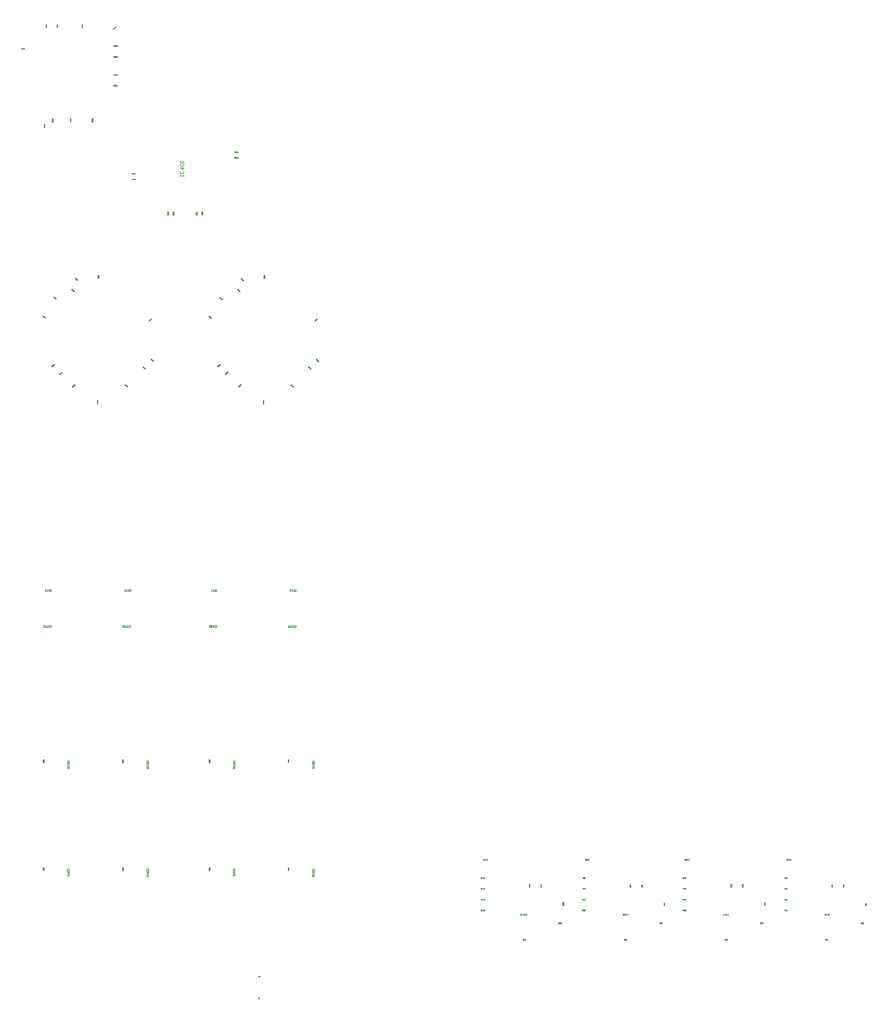
<source format=gbr>
%TF.GenerationSoftware,Altium Limited,Altium Designer,22.5.1 (42)*%
G04 Layer_Color=32896*
%FSLAX26Y26*%
%MOIN*%
%TF.SameCoordinates,3C46EB80-FEDE-48F7-A63F-DE7BBD85CC47*%
%TF.FilePolarity,Positive*%
%TF.FileFunction,Other,Bottom_Value*%
%TF.Part,Single*%
G01*
G75*
%TA.AperFunction,NonConductor*%
%ADD88C,0.001000*%
D88*
X8319502Y8079685D02*
X8320335Y8080518D01*
X8322002D01*
X8322835Y8079685D01*
Y8076353D01*
X8322002Y8075520D01*
X8320335D01*
X8319502Y8076353D01*
X8315337Y8075520D02*
Y8080518D01*
X8317836Y8078019D01*
X8314504D01*
X8309505Y8075520D02*
X8312838D01*
X8309505Y8078852D01*
Y8079685D01*
X8310339Y8080518D01*
X8312005D01*
X8312838Y8079685D01*
X8304507Y8075520D02*
X8307839D01*
X8304507Y8078852D01*
Y8079685D01*
X8305340Y8080518D01*
X8307006D01*
X8307839Y8079685D01*
X8437006Y3600396D02*
X8433071D01*
Y3603347D01*
X8435039D01*
X8433071D01*
Y3606299D01*
X8442910D02*
X8438974D01*
X8442910Y3602363D01*
Y3601380D01*
X8441926Y3600396D01*
X8439958D01*
X8438974Y3601380D01*
X8437006Y3482285D02*
X8433071D01*
Y3485237D01*
X8435039D01*
X8433071D01*
Y3488189D01*
X8438974D02*
X8440942D01*
X8439958D01*
Y3482285D01*
X8438974Y3483269D01*
X9665959Y3966764D02*
X9666792Y3967597D01*
X9668458D01*
X9669291Y3966764D01*
Y3963432D01*
X9668458Y3962598D01*
X9666792D01*
X9665959Y3963432D01*
X9664293Y3962598D02*
X9662627D01*
X9663460D01*
Y3967597D01*
X9664293Y3966764D01*
X9657628Y3962598D02*
Y3967597D01*
X9660128Y3965098D01*
X9656795D01*
X9651797Y3967597D02*
X9655129D01*
Y3965098D01*
X9653463Y3965931D01*
X9652630D01*
X9651797Y3965098D01*
Y3963432D01*
X9652630Y3962598D01*
X9654296D01*
X9655129Y3963432D01*
X9665959Y4025819D02*
X9666792Y4026652D01*
X9668458D01*
X9669291Y4025819D01*
Y4022487D01*
X9668458Y4021653D01*
X9666792D01*
X9665959Y4022487D01*
X9664293Y4021653D02*
X9662627D01*
X9663460D01*
Y4026652D01*
X9664293Y4025819D01*
X9657628Y4021653D02*
Y4026652D01*
X9660128Y4024153D01*
X9656795D01*
X9652630Y4021653D02*
Y4026652D01*
X9655129Y4024153D01*
X9651797D01*
X9665959Y4084874D02*
X9666792Y4085707D01*
X9668458D01*
X9669291Y4084874D01*
Y4081542D01*
X9668458Y4080709D01*
X9666792D01*
X9665959Y4081542D01*
X9664293Y4080709D02*
X9662627D01*
X9663460D01*
Y4085707D01*
X9664293Y4084874D01*
X9657628Y4080709D02*
Y4085707D01*
X9660128Y4083208D01*
X9656795D01*
X9655129Y4084874D02*
X9654296Y4085707D01*
X9652630D01*
X9651797Y4084874D01*
Y4084041D01*
X9652630Y4083208D01*
X9653463D01*
X9652630D01*
X9651797Y4082375D01*
Y4081542D01*
X9652630Y4080709D01*
X9654296D01*
X9655129Y4081542D01*
X9665959Y4143929D02*
X9666792Y4144762D01*
X9668458D01*
X9669291Y4143929D01*
Y4140597D01*
X9668458Y4139764D01*
X9666792D01*
X9665959Y4140597D01*
X9664293Y4139764D02*
X9662627D01*
X9663460D01*
Y4144762D01*
X9664293Y4143929D01*
X9657628Y4139764D02*
Y4144762D01*
X9660128Y4142263D01*
X9656795D01*
X9651797Y4139764D02*
X9655129D01*
X9651797Y4143096D01*
Y4143929D01*
X9652630Y4144762D01*
X9654296D01*
X9655129Y4143929D01*
X9917551Y4093883D02*
X9918384Y4093050D01*
Y4091384D01*
X9917551Y4090551D01*
X9914219D01*
X9913386Y4091384D01*
Y4093050D01*
X9914219Y4093883D01*
X9913386Y4095550D02*
Y4097216D01*
Y4096383D01*
X9918384D01*
X9917551Y4095550D01*
X9913386Y4102214D02*
X9918384D01*
X9915885Y4099715D01*
Y4103047D01*
X9917551Y4104713D02*
X9918384Y4105546D01*
Y4107212D01*
X9917551Y4108046D01*
X9914219D01*
X9913386Y4107212D01*
Y4105546D01*
X9914219Y4104713D01*
X9917551D01*
X9980543Y4093883D02*
X9981376Y4093050D01*
Y4091384D01*
X9980543Y4090551D01*
X9977211D01*
X9976378Y4091384D01*
Y4093050D01*
X9977211Y4093883D01*
X9976378Y4095550D02*
Y4097216D01*
Y4096383D01*
X9981376D01*
X9980543Y4095550D01*
Y4099715D02*
X9981376Y4100548D01*
Y4102214D01*
X9980543Y4103047D01*
X9979710D01*
X9978877Y4102214D01*
Y4101381D01*
Y4102214D01*
X9978044Y4103047D01*
X9977211D01*
X9976378Y4102214D01*
Y4100548D01*
X9977211Y4099715D01*
X9981376Y4104713D02*
Y4108046D01*
X9980543D01*
X9977211Y4104713D01*
X9976378D01*
X9683729Y4244748D02*
X9685041Y4246060D01*
X9687665D01*
X9688976Y4244748D01*
Y4239501D01*
X9687665Y4238189D01*
X9685041D01*
X9683729Y4239501D01*
X9681105Y4238189D02*
X9678481D01*
X9679793D01*
Y4246060D01*
X9681105Y4244748D01*
X9670610Y4238189D02*
Y4246060D01*
X9674545Y4242125D01*
X9669298D01*
X9666674Y4238189D02*
X9664050D01*
X9665362D01*
Y4246060D01*
X9666674Y4244748D01*
X10217140Y3966764D02*
X10217973Y3967597D01*
X10219639D01*
X10220472Y3966764D01*
Y3963432D01*
X10219639Y3962598D01*
X10217973D01*
X10217140Y3963432D01*
X10215474Y3962598D02*
X10213808D01*
X10214641D01*
Y3967597D01*
X10215474Y3966764D01*
X10211309D02*
X10210476Y3967597D01*
X10208809D01*
X10207976Y3966764D01*
Y3963432D01*
X10208809Y3962598D01*
X10210476D01*
X10211309Y3963432D01*
Y3966764D01*
X10206310Y3962598D02*
X10204644D01*
X10205477D01*
Y3967597D01*
X10206310Y3966764D01*
X10217140Y4143929D02*
X10217973Y4144762D01*
X10219639D01*
X10220472Y4143929D01*
Y4140597D01*
X10219639Y4139764D01*
X10217973D01*
X10217140Y4140597D01*
X10215474D02*
X10214641Y4139764D01*
X10212975D01*
X10212142Y4140597D01*
Y4143929D01*
X10212975Y4144762D01*
X10214641D01*
X10215474Y4143929D01*
Y4143096D01*
X10214641Y4142263D01*
X10212142D01*
X10210476Y4143929D02*
X10209642Y4144762D01*
X10207976D01*
X10207143Y4143929D01*
Y4143096D01*
X10207976Y4142263D01*
X10207143Y4141430D01*
Y4140597D01*
X10207976Y4139764D01*
X10209642D01*
X10210476Y4140597D01*
Y4141430D01*
X10209642Y4142263D01*
X10210476Y4143096D01*
Y4143929D01*
X10209642Y4142263D02*
X10207976D01*
X10217140Y4084874D02*
X10217973Y4085707D01*
X10219639D01*
X10220472Y4084874D01*
Y4081542D01*
X10219639Y4080709D01*
X10217973D01*
X10217140Y4081542D01*
X10215474D02*
X10214641Y4080709D01*
X10212975D01*
X10212142Y4081542D01*
Y4084874D01*
X10212975Y4085707D01*
X10214641D01*
X10215474Y4084874D01*
Y4084041D01*
X10214641Y4083208D01*
X10212142D01*
X10210476Y4081542D02*
X10209642Y4080709D01*
X10207976D01*
X10207143Y4081542D01*
Y4084874D01*
X10207976Y4085707D01*
X10209642D01*
X10210476Y4084874D01*
Y4084041D01*
X10209642Y4083208D01*
X10207143D01*
X10217140Y4025819D02*
X10217973Y4026652D01*
X10219639D01*
X10220472Y4025819D01*
Y4022487D01*
X10219639Y4021653D01*
X10217973D01*
X10217140Y4022487D01*
X10215474Y4021653D02*
X10213808D01*
X10214641D01*
Y4026652D01*
X10215474Y4025819D01*
X10211309D02*
X10210476Y4026652D01*
X10208809D01*
X10207976Y4025819D01*
Y4022487D01*
X10208809Y4021653D01*
X10210476D01*
X10211309Y4022487D01*
Y4025819D01*
X10206310D02*
X10205477Y4026652D01*
X10203811D01*
X10202978Y4025819D01*
Y4022487D01*
X10203811Y4021653D01*
X10205477D01*
X10206310Y4022487D01*
Y4025819D01*
X10468732Y4093883D02*
X10469565Y4093050D01*
Y4091384D01*
X10468732Y4090551D01*
X10465400D01*
X10464567Y4091384D01*
Y4093050D01*
X10465400Y4093883D01*
Y4095550D02*
X10464567Y4096383D01*
Y4098049D01*
X10465400Y4098882D01*
X10468732D01*
X10469565Y4098049D01*
Y4096383D01*
X10468732Y4095550D01*
X10467899D01*
X10467066Y4096383D01*
Y4098882D01*
X10469565Y4103880D02*
X10468732Y4102214D01*
X10467066Y4100548D01*
X10465400D01*
X10464567Y4101381D01*
Y4103047D01*
X10465400Y4103880D01*
X10466233D01*
X10467066Y4103047D01*
Y4100548D01*
X10629317Y3893472D02*
X10628484Y3892639D01*
X10626817D01*
X10625984Y3893472D01*
Y3896805D01*
X10626817Y3897638D01*
X10628484D01*
X10629317Y3896805D01*
X10630983D02*
X10631816Y3897638D01*
X10633482D01*
X10634315Y3896805D01*
Y3893472D01*
X10633482Y3892639D01*
X10631816D01*
X10630983Y3893472D01*
Y3894305D01*
X10631816Y3895139D01*
X10634315D01*
X10639313Y3892639D02*
X10635981D01*
Y3895139D01*
X10637647Y3894305D01*
X10638480D01*
X10639313Y3895139D01*
Y3896805D01*
X10638480Y3897638D01*
X10636814D01*
X10635981Y3896805D01*
X10653772Y3995458D02*
X10654605Y3994625D01*
Y3992959D01*
X10653772Y3992126D01*
X10650439D01*
X10649606Y3992959D01*
Y3994625D01*
X10650439Y3995458D01*
Y3997124D02*
X10649606Y3997957D01*
Y3999624D01*
X10650439Y4000457D01*
X10653772D01*
X10654605Y3999624D01*
Y3997957D01*
X10653772Y3997124D01*
X10652939D01*
X10652105Y3997957D01*
Y4000457D01*
X10649606Y4004622D02*
X10654605D01*
X10652105Y4002123D01*
Y4005455D01*
X10531724Y4093883D02*
X10532558Y4093050D01*
Y4091384D01*
X10531724Y4090551D01*
X10528392D01*
X10527559Y4091384D01*
Y4093050D01*
X10528392Y4093883D01*
Y4095550D02*
X10527559Y4096383D01*
Y4098049D01*
X10528392Y4098882D01*
X10531724D01*
X10532558Y4098049D01*
Y4096383D01*
X10531724Y4095550D01*
X10530891D01*
X10530058Y4096383D01*
Y4098882D01*
X10531724Y4100548D02*
X10532558Y4101381D01*
Y4103047D01*
X10531724Y4103880D01*
X10530891D01*
X10530058Y4103047D01*
Y4102214D01*
Y4103047D01*
X10529225Y4103880D01*
X10528392D01*
X10527559Y4103047D01*
Y4101381D01*
X10528392Y4100548D01*
X10234910Y4244748D02*
X10236222Y4246060D01*
X10238846D01*
X10240157Y4244748D01*
Y4239501D01*
X10238846Y4238189D01*
X10236222D01*
X10234910Y4239501D01*
X10232286D02*
X10230974Y4238189D01*
X10228350D01*
X10227038Y4239501D01*
Y4244748D01*
X10228350Y4246060D01*
X10230974D01*
X10232286Y4244748D01*
Y4243437D01*
X10230974Y4242125D01*
X10227038D01*
X10224415Y4246060D02*
X10219167D01*
Y4244748D01*
X10224415Y4239501D01*
Y4238189D01*
X10768321Y4025819D02*
X10769154Y4026652D01*
X10770820D01*
X10771654Y4025819D01*
Y4022487D01*
X10770820Y4021653D01*
X10769154D01*
X10768321Y4022487D01*
X10766655Y4021653D02*
X10764989D01*
X10765822D01*
Y4026652D01*
X10766655Y4025819D01*
X10759157Y4021653D02*
X10762490D01*
X10759157Y4024986D01*
Y4025819D01*
X10759991Y4026652D01*
X10761657D01*
X10762490Y4025819D01*
X10754159Y4026652D02*
X10755825Y4025819D01*
X10757491Y4024153D01*
Y4022487D01*
X10756658Y4021653D01*
X10754992D01*
X10754159Y4022487D01*
Y4023320D01*
X10754992Y4024153D01*
X10757491D01*
X10768321Y3966764D02*
X10769154Y3967597D01*
X10770820D01*
X10771654Y3966764D01*
Y3963432D01*
X10770820Y3962598D01*
X10769154D01*
X10768321Y3963432D01*
X10766655Y3962598D02*
X10764989D01*
X10765822D01*
Y3967597D01*
X10766655Y3966764D01*
X10759157Y3962598D02*
X10762490D01*
X10759157Y3965931D01*
Y3966764D01*
X10759991Y3967597D01*
X10761657D01*
X10762490Y3966764D01*
X10757491Y3967597D02*
X10754159D01*
Y3966764D01*
X10757491Y3963432D01*
Y3962598D01*
X10768321Y4143929D02*
X10769154Y4144762D01*
X10770820D01*
X10771654Y4143929D01*
Y4140597D01*
X10770820Y4139764D01*
X10769154D01*
X10768321Y4140597D01*
X10766655Y4139764D02*
X10764989D01*
X10765822D01*
Y4144762D01*
X10766655Y4143929D01*
X10759157Y4139764D02*
X10762490D01*
X10759157Y4143096D01*
Y4143929D01*
X10759991Y4144762D01*
X10761657D01*
X10762490Y4143929D01*
X10754992Y4139764D02*
Y4144762D01*
X10757491Y4142263D01*
X10754159D01*
X10768321Y4084874D02*
X10769154Y4085707D01*
X10770820D01*
X10771654Y4084874D01*
Y4081542D01*
X10770820Y4080709D01*
X10769154D01*
X10768321Y4081542D01*
X10766655Y4080709D02*
X10764989D01*
X10765822D01*
Y4085707D01*
X10766655Y4084874D01*
X10759157Y4080709D02*
X10762490D01*
X10759157Y4084041D01*
Y4084874D01*
X10759991Y4085707D01*
X10761657D01*
X10762490Y4084874D01*
X10754159Y4085707D02*
X10757491D01*
Y4083208D01*
X10755825Y4084041D01*
X10754992D01*
X10754159Y4083208D01*
Y4081542D01*
X10754992Y4080709D01*
X10756658D01*
X10757491Y4081542D01*
X10786091Y4244748D02*
X10787403Y4246060D01*
X10790027D01*
X10791339Y4244748D01*
Y4239501D01*
X10790027Y4238189D01*
X10787403D01*
X10786091Y4239501D01*
X10783467Y4238189D02*
X10780843D01*
X10782155D01*
Y4246060D01*
X10783467Y4244748D01*
X10771660Y4238189D02*
X10776908D01*
X10771660Y4243437D01*
Y4244748D01*
X10772972Y4246060D01*
X10775596D01*
X10776908Y4244748D01*
X10769036D02*
X10767724Y4246060D01*
X10765100D01*
X10763789Y4244748D01*
Y4243437D01*
X10765100Y4242125D01*
X10766412D01*
X10765100D01*
X10763789Y4240813D01*
Y4239501D01*
X10765100Y4238189D01*
X10767724D01*
X10769036Y4239501D01*
X11082906Y4093883D02*
X11083739Y4093050D01*
Y4091384D01*
X11082906Y4090551D01*
X11079573D01*
X11078740Y4091384D01*
Y4093050D01*
X11079573Y4093883D01*
X11078740Y4095550D02*
Y4097216D01*
Y4096383D01*
X11083739D01*
X11082906Y4095550D01*
X11078740Y4099715D02*
Y4101381D01*
Y4100548D01*
X11083739D01*
X11082906Y4099715D01*
X11079573Y4103880D02*
X11078740Y4104713D01*
Y4106379D01*
X11079573Y4107212D01*
X11082906D01*
X11083739Y4106379D01*
Y4104713D01*
X11082906Y4103880D01*
X11082073D01*
X11081239Y4104713D01*
Y4107212D01*
X11019913Y4093883D02*
X11020746Y4093050D01*
Y4091384D01*
X11019913Y4090551D01*
X11016581D01*
X11015748Y4091384D01*
Y4093050D01*
X11016581Y4093883D01*
X11015748Y4095550D02*
Y4097216D01*
Y4096383D01*
X11020746D01*
X11019913Y4095550D01*
X11015748Y4103047D02*
Y4099715D01*
X11019080Y4103047D01*
X11019913D01*
X11020746Y4102214D01*
Y4100548D01*
X11019913Y4099715D01*
X11015748Y4108046D02*
Y4104713D01*
X11019080Y4108046D01*
X11019913D01*
X11020746Y4107212D01*
Y4105546D01*
X11019913Y4104713D01*
X10102591Y3995458D02*
X10103424Y3994625D01*
Y3992959D01*
X10102591Y3992126D01*
X10099258D01*
X10098425Y3992959D01*
Y3994625D01*
X10099258Y3995458D01*
X10098425Y3997124D02*
Y3998791D01*
Y3997957D01*
X10103424D01*
X10102591Y3997124D01*
Y4001290D02*
X10103424Y4002123D01*
Y4003789D01*
X10102591Y4004622D01*
X10101757D01*
X10100924Y4003789D01*
Y4002956D01*
Y4003789D01*
X10100091Y4004622D01*
X10099258D01*
X10098425Y4003789D01*
Y4002123D01*
X10099258Y4001290D01*
X10102591Y4006288D02*
X10103424Y4007121D01*
Y4008787D01*
X10102591Y4009620D01*
X10101757D01*
X10100924Y4008787D01*
X10100091Y4009620D01*
X10099258D01*
X10098425Y4008787D01*
Y4007121D01*
X10099258Y4006288D01*
X10100091D01*
X10100924Y4007121D01*
X10101757Y4006288D01*
X10102591D01*
X10100924Y4007121D02*
Y4008787D01*
X10078136Y3893472D02*
X10077302Y3892639D01*
X10075636D01*
X10074803Y3893472D01*
Y3896805D01*
X10075636Y3897638D01*
X10077302D01*
X10078136Y3896805D01*
X10079802Y3897638D02*
X10081468D01*
X10080635D01*
Y3892639D01*
X10079802Y3893472D01*
X10083967D02*
X10084800Y3892639D01*
X10086466D01*
X10087299Y3893472D01*
Y3894305D01*
X10086466Y3895139D01*
X10085633D01*
X10086466D01*
X10087299Y3895972D01*
Y3896805D01*
X10086466Y3897638D01*
X10084800D01*
X10083967Y3896805D01*
X10088965D02*
X10089798Y3897638D01*
X10091465D01*
X10092298Y3896805D01*
Y3893472D01*
X10091465Y3892639D01*
X10089798D01*
X10088965Y3893472D01*
Y3894305D01*
X10089798Y3895139D01*
X10092298D01*
X11180498Y3893472D02*
X11179665Y3892639D01*
X11177998D01*
X11177165Y3893472D01*
Y3896805D01*
X11177998Y3897638D01*
X11179665D01*
X11180498Y3896805D01*
X11182164Y3897638D02*
X11183830D01*
X11182997D01*
Y3892639D01*
X11182164Y3893472D01*
X11189661Y3897638D02*
X11186329D01*
X11189661Y3894305D01*
Y3893472D01*
X11188828Y3892639D01*
X11187162D01*
X11186329Y3893472D01*
X11191327Y3897638D02*
X11192994D01*
X11192160D01*
Y3892639D01*
X11191327Y3893472D01*
X11204953Y3995458D02*
X11205786Y3994625D01*
Y3992959D01*
X11204953Y3992126D01*
X11201621D01*
X11200787Y3992959D01*
Y3994625D01*
X11201621Y3995458D01*
X11200787Y3997124D02*
Y3998791D01*
Y3997957D01*
X11205786D01*
X11204953Y3997124D01*
X11200787Y4004622D02*
Y4001290D01*
X11204120Y4004622D01*
X11204953D01*
X11205786Y4003789D01*
Y4002123D01*
X11204953Y4001290D01*
Y4006288D02*
X11205786Y4007121D01*
Y4008787D01*
X11204953Y4009620D01*
X11201621D01*
X11200787Y4008787D01*
Y4007121D01*
X11201621Y4006288D01*
X11204953D01*
X10433071Y3807087D02*
Y3802088D01*
X10435570D01*
X10436403Y3802921D01*
Y3804587D01*
X10435570Y3805421D01*
X10433071D01*
X10434737D02*
X10436403Y3807087D01*
X10441402D02*
X10438069D01*
X10441402Y3803754D01*
Y3802921D01*
X10440568Y3802088D01*
X10438902D01*
X10438069Y3802921D01*
X10443068D02*
X10443901Y3802088D01*
X10445567D01*
X10446400Y3802921D01*
Y3806253D01*
X10445567Y3807087D01*
X10443901D01*
X10443068Y3806253D01*
Y3802921D01*
X9881890Y3807087D02*
Y3802088D01*
X9884389D01*
X9885222Y3802921D01*
Y3804587D01*
X9884389Y3805421D01*
X9881890D01*
X9883556D02*
X9885222Y3807087D01*
X9890220D02*
X9886888D01*
X9890220Y3803754D01*
Y3802921D01*
X9889387Y3802088D01*
X9887721D01*
X9886888Y3802921D01*
X9894386Y3807087D02*
Y3802088D01*
X9891887Y3804587D01*
X9895219D01*
X10984252Y3807087D02*
Y3802088D01*
X10986751D01*
X10987584Y3802921D01*
Y3804587D01*
X10986751Y3805421D01*
X10984252D01*
X10985918D02*
X10987584Y3807087D01*
X10992583D02*
X10989250D01*
X10992583Y3803754D01*
Y3802921D01*
X10991750Y3802088D01*
X10990084D01*
X10989250Y3802921D01*
X10997581Y3807087D02*
X10994249D01*
X10997581Y3803754D01*
Y3802921D01*
X10996748Y3802088D01*
X10995082D01*
X10994249Y3802921D01*
X10452756Y3946847D02*
X10449476D01*
X10451116D01*
Y3937008D01*
X10452756D01*
X10449476D01*
X10437997Y3945207D02*
X10439637Y3946847D01*
X10442916D01*
X10444556Y3945207D01*
Y3938648D01*
X10442916Y3937008D01*
X10439637D01*
X10437997Y3938648D01*
X10434717D02*
X10433077Y3937008D01*
X10429797D01*
X10428158Y3938648D01*
Y3945207D01*
X10429797Y3946847D01*
X10433077D01*
X10434717Y3945207D01*
Y3943567D01*
X10433077Y3941928D01*
X10428158D01*
X11571094Y4093883D02*
X11571928Y4093050D01*
Y4091384D01*
X11571094Y4090551D01*
X11567762D01*
X11566929Y4091384D01*
Y4093050D01*
X11567762Y4093883D01*
X11571928Y4098882D02*
X11571094Y4097216D01*
X11569428Y4095550D01*
X11567762D01*
X11566929Y4096383D01*
Y4098049D01*
X11567762Y4098882D01*
X11568595D01*
X11569428Y4098049D01*
Y4095550D01*
X11567762Y4100548D02*
X11566929Y4101381D01*
Y4103047D01*
X11567762Y4103880D01*
X11571094D01*
X11571928Y4103047D01*
Y4101381D01*
X11571094Y4100548D01*
X11570262D01*
X11569428Y4101381D01*
Y4103880D01*
X11319502Y4025819D02*
X11320335Y4026652D01*
X11322002D01*
X11322835Y4025819D01*
Y4022487D01*
X11322002Y4021654D01*
X11320335D01*
X11319502Y4022487D01*
X11317836Y4026652D02*
X11314504D01*
Y4025819D01*
X11317836Y4022487D01*
Y4021654D01*
X11312838Y4025819D02*
X11312005Y4026652D01*
X11310339D01*
X11309505Y4025819D01*
Y4024986D01*
X11310339Y4024153D01*
X11311172D01*
X11310339D01*
X11309505Y4023320D01*
Y4022487D01*
X11310339Y4021654D01*
X11312005D01*
X11312838Y4022487D01*
X11319502Y3966764D02*
X11320335Y3967597D01*
X11322002D01*
X11322835Y3966764D01*
Y3963432D01*
X11322002Y3962598D01*
X11320335D01*
X11319502Y3963432D01*
X11317836Y3967597D02*
X11314504D01*
Y3966764D01*
X11317836Y3963432D01*
Y3962598D01*
X11310339D02*
Y3967597D01*
X11312838Y3965098D01*
X11309505D01*
X11634087Y4093883D02*
X11634920Y4093050D01*
Y4091384D01*
X11634087Y4090551D01*
X11630754D01*
X11629921Y4091384D01*
Y4093050D01*
X11630754Y4093883D01*
X11634920Y4098882D02*
X11634087Y4097216D01*
X11632421Y4095550D01*
X11630754D01*
X11629921Y4096383D01*
Y4098049D01*
X11630754Y4098882D01*
X11631587D01*
X11632421Y4098049D01*
Y4095550D01*
X11634920Y4103880D02*
X11634087Y4102214D01*
X11632421Y4100548D01*
X11630754D01*
X11629921Y4101381D01*
Y4103047D01*
X11630754Y4103880D01*
X11631587D01*
X11632421Y4103047D01*
Y4100548D01*
X11535433Y3807087D02*
Y3802088D01*
X11537932D01*
X11538765Y3802921D01*
Y3804587D01*
X11537932Y3805421D01*
X11535433D01*
X11537099D02*
X11538765Y3807087D01*
X11540432D02*
X11542098D01*
X11541265D01*
Y3802088D01*
X11540432Y3802921D01*
X11544597Y3802088D02*
X11547929D01*
Y3802921D01*
X11544597Y3806253D01*
Y3807087D01*
X11319502Y4143929D02*
X11320335Y4144762D01*
X11322002D01*
X11322835Y4143929D01*
Y4140597D01*
X11322002Y4139764D01*
X11320335D01*
X11319502Y4140597D01*
X11317836Y4144762D02*
X11314504D01*
Y4143929D01*
X11317836Y4140597D01*
Y4139764D01*
X11312838D02*
X11311172D01*
X11312005D01*
Y4144762D01*
X11312838Y4143929D01*
X11319502Y4084874D02*
X11320335Y4085707D01*
X11322002D01*
X11322835Y4084874D01*
Y4081542D01*
X11322002Y4080709D01*
X11320335D01*
X11319502Y4081542D01*
X11317836Y4085707D02*
X11314504D01*
Y4084874D01*
X11317836Y4081542D01*
Y4080709D01*
X11309505D02*
X11312838D01*
X11309505Y4084041D01*
Y4084874D01*
X11310339Y4085707D01*
X11312005D01*
X11312838Y4084874D01*
X11337272Y4244748D02*
X11338584Y4246060D01*
X11341208D01*
X11342520Y4244748D01*
Y4239501D01*
X11341208Y4238189D01*
X11338584D01*
X11337272Y4239501D01*
X11334648Y4246060D02*
X11329401D01*
Y4244748D01*
X11334648Y4239501D01*
Y4238189D01*
X11326777Y4244748D02*
X11325465Y4246060D01*
X11322841D01*
X11321529Y4244748D01*
Y4239501D01*
X11322841Y4238189D01*
X11325465D01*
X11326777Y4239501D01*
Y4244748D01*
X11756134Y3995458D02*
X11756967Y3994625D01*
Y3992959D01*
X11756134Y3992126D01*
X11752802D01*
X11751969Y3992959D01*
Y3994625D01*
X11752802Y3995458D01*
X11756967Y4000457D02*
X11756134Y3998791D01*
X11754468Y3997124D01*
X11752802D01*
X11751969Y3997957D01*
Y3999624D01*
X11752802Y4000457D01*
X11753635D01*
X11754468Y3999624D01*
Y3997124D01*
X11756967Y4002123D02*
Y4005455D01*
X11756134D01*
X11752802Y4002123D01*
X11751969D01*
X11731679Y3893472D02*
X11730846Y3892639D01*
X11729180D01*
X11728346Y3893472D01*
Y3896805D01*
X11729180Y3897638D01*
X11730846D01*
X11731679Y3896805D01*
X11736677Y3892639D02*
X11735011Y3893472D01*
X11733345Y3895139D01*
Y3896805D01*
X11734178Y3897638D01*
X11735844D01*
X11736677Y3896805D01*
Y3895972D01*
X11735844Y3895139D01*
X11733345D01*
X11738343Y3893472D02*
X11739176Y3892639D01*
X11740843D01*
X11741676Y3893472D01*
Y3894305D01*
X11740843Y3895139D01*
X11741676Y3895972D01*
Y3896805D01*
X11740843Y3897638D01*
X11739176D01*
X11738343Y3896805D01*
Y3895972D01*
X11739176Y3895139D01*
X11738343Y3894305D01*
Y3893472D01*
X11739176Y3895139D02*
X11740843D01*
X9901575Y3946847D02*
X9898295D01*
X9899935D01*
Y3937008D01*
X9901575D01*
X9898295D01*
X9886816Y3945207D02*
X9888456Y3946847D01*
X9891735D01*
X9893375Y3945207D01*
Y3938648D01*
X9891735Y3937008D01*
X9888456D01*
X9886816Y3938648D01*
X9883536Y3937008D02*
X9880256D01*
X9881896D01*
Y3946847D01*
X9883536Y3945207D01*
X9875337D02*
X9873697Y3946847D01*
X9870417D01*
X9868777Y3945207D01*
Y3943567D01*
X9870417Y3941928D01*
X9872057D01*
X9870417D01*
X9868777Y3940288D01*
Y3938648D01*
X9870417Y3937008D01*
X9873697D01*
X9875337Y3938648D01*
X11003937Y3946847D02*
X11000657D01*
X11002297D01*
Y3937008D01*
X11003937D01*
X11000657D01*
X10989178Y3945207D02*
X10990818Y3946847D01*
X10994098D01*
X10995738Y3945207D01*
Y3938648D01*
X10994098Y3937008D01*
X10990818D01*
X10989178Y3938648D01*
X10985898Y3937008D02*
X10982619D01*
X10984258D01*
Y3946847D01*
X10985898Y3945207D01*
X10977699Y3937008D02*
X10974419D01*
X10976059D01*
Y3946847D01*
X10977699Y3945207D01*
X11555118Y3946847D02*
X11551838D01*
X11553478D01*
Y3937008D01*
X11555118D01*
X11551838D01*
X11540359Y3945207D02*
X11541999Y3946847D01*
X11545279D01*
X11546919Y3945207D01*
Y3938648D01*
X11545279Y3937008D01*
X11541999D01*
X11540359Y3938648D01*
X11530520Y3946847D02*
X11533800Y3945207D01*
X11537079Y3941928D01*
Y3938648D01*
X11535440Y3937008D01*
X11532160D01*
X11530520Y3938648D01*
Y3940288D01*
X11532160Y3941928D01*
X11537079D01*
X8319502Y8109685D02*
X8320335Y8110518D01*
X8322002D01*
X8322835Y8109685D01*
Y8106353D01*
X8322002Y8105520D01*
X8320335D01*
X8319502Y8106353D01*
X8315337Y8105520D02*
Y8110518D01*
X8317836Y8108019D01*
X8314504D01*
X8309505Y8105520D02*
X8312838D01*
X8309505Y8108852D01*
Y8109685D01*
X8310339Y8110518D01*
X8312005D01*
X8312838Y8109685D01*
X8307839Y8105520D02*
X8306173D01*
X8307006D01*
Y8110518D01*
X8307839Y8109685D01*
X7757494Y7991370D02*
X7758328Y7992203D01*
X7759994D01*
X7760827Y7991370D01*
Y7988038D01*
X7759994Y7987205D01*
X7758328D01*
X7757494Y7988038D01*
X7753329Y7987205D02*
Y7992203D01*
X7755828Y7989704D01*
X7752496D01*
X7750830Y7987205D02*
X7749164D01*
X7749997D01*
Y7992203D01*
X7750830Y7991370D01*
X7746665D02*
X7745832Y7992203D01*
X7744165D01*
X7743332Y7991370D01*
Y7990537D01*
X7744165Y7989704D01*
X7743332Y7988871D01*
Y7988038D01*
X7744165Y7987205D01*
X7745832D01*
X7746665Y7988038D01*
Y7988871D01*
X7745832Y7989704D01*
X7746665Y7990537D01*
Y7991370D01*
X7745832Y7989704D02*
X7744165D01*
X7757494Y7961370D02*
X7758328Y7962203D01*
X7759994D01*
X7760827Y7961370D01*
Y7958038D01*
X7759994Y7957205D01*
X7758328D01*
X7757494Y7958038D01*
X7753329Y7957205D02*
Y7962203D01*
X7755828Y7959704D01*
X7752496D01*
X7750830Y7957205D02*
X7749164D01*
X7749997D01*
Y7962203D01*
X7750830Y7961370D01*
X7743332Y7962203D02*
X7744998Y7961370D01*
X7746665Y7959704D01*
Y7958038D01*
X7745832Y7957205D01*
X7744165D01*
X7743332Y7958038D01*
Y7958871D01*
X7744165Y7959704D01*
X7746665D01*
X8129408Y7768096D02*
X8130242Y7767263D01*
Y7765597D01*
X8129408Y7764764D01*
X8126076D01*
X8125243Y7765597D01*
Y7767263D01*
X8126076Y7768096D01*
X8125243Y7772261D02*
X8130242D01*
X8127742Y7769762D01*
Y7773095D01*
X8125243Y7774761D02*
Y7776427D01*
Y7775594D01*
X8130242D01*
X8129408Y7774761D01*
X8130242Y7782258D02*
Y7778926D01*
X8127742D01*
X8128575Y7780592D01*
Y7781425D01*
X8127742Y7782258D01*
X8126076D01*
X8125243Y7781425D01*
Y7779759D01*
X8126076Y7778926D01*
X8099408Y7768096D02*
X8100242Y7767263D01*
Y7765597D01*
X8099408Y7764764D01*
X8096076D01*
X8095243Y7765597D01*
Y7767263D01*
X8096076Y7768096D01*
X8095243Y7772261D02*
X8100242D01*
X8097742Y7769762D01*
Y7773095D01*
X8095243Y7774761D02*
Y7776427D01*
Y7775594D01*
X8100242D01*
X8099408Y7774761D01*
X8100242Y7778926D02*
Y7782258D01*
X8099408D01*
X8096076Y7778926D01*
X8095243D01*
X7972157Y7768096D02*
X7972990Y7767263D01*
Y7765597D01*
X7972157Y7764764D01*
X7968825D01*
X7967992Y7765597D01*
Y7767263D01*
X7968825Y7768096D01*
X7967992Y7772261D02*
X7972990D01*
X7970491Y7769762D01*
Y7773095D01*
X7967992Y7774761D02*
Y7776427D01*
Y7775594D01*
X7972990D01*
X7972157Y7774761D01*
X7968825Y7778926D02*
X7967992Y7779759D01*
Y7781425D01*
X7968825Y7782258D01*
X7972157D01*
X7972990Y7781425D01*
Y7779759D01*
X7972157Y7778926D01*
X7971324D01*
X7970491Y7779759D01*
Y7782258D01*
X7942157Y7768096D02*
X7942990Y7767263D01*
Y7765597D01*
X7942157Y7764764D01*
X7938825D01*
X7937992Y7765597D01*
Y7767263D01*
X7938825Y7768096D01*
X7937992Y7772261D02*
X7942990D01*
X7940491Y7769762D01*
Y7773095D01*
X7937992Y7778093D02*
Y7774761D01*
X7941324Y7778093D01*
X7942157D01*
X7942990Y7777260D01*
Y7775594D01*
X7942157Y7774761D01*
Y7779759D02*
X7942990Y7780592D01*
Y7782258D01*
X7942157Y7783091D01*
X7938825D01*
X7937992Y7782258D01*
Y7780592D01*
X7938825Y7779759D01*
X7942157D01*
X7277787Y8791718D02*
X7278620Y8790885D01*
Y8789219D01*
X7277787Y8788386D01*
X7274455D01*
X7273622Y8789219D01*
Y8790885D01*
X7274455Y8791718D01*
X7277787Y8793384D02*
X7278620Y8794217D01*
Y8795883D01*
X7277787Y8796717D01*
X7276954D01*
X7276121Y8795883D01*
Y8795050D01*
Y8795883D01*
X7275288Y8796717D01*
X7274455D01*
X7273622Y8795883D01*
Y8794217D01*
X7274455Y8793384D01*
X7273622Y8798383D02*
Y8800049D01*
Y8799216D01*
X7278620D01*
X7277787Y8798383D01*
X7273622Y8805880D02*
Y8802548D01*
X7276954Y8805880D01*
X7277787D01*
X7278620Y8805047D01*
Y8803381D01*
X7277787Y8802548D01*
X7336842Y8791718D02*
X7337676Y8790885D01*
Y8789219D01*
X7336842Y8788386D01*
X7333510D01*
X7332677Y8789219D01*
Y8790885D01*
X7333510Y8791718D01*
X7336842Y8793384D02*
X7337676Y8794217D01*
Y8795883D01*
X7336842Y8796717D01*
X7336010D01*
X7335176Y8795883D01*
Y8795050D01*
Y8795883D01*
X7334343Y8796717D01*
X7333510D01*
X7332677Y8795883D01*
Y8794217D01*
X7333510Y8793384D01*
X7332677Y8798383D02*
Y8800049D01*
Y8799216D01*
X7337676D01*
X7336842Y8798383D01*
X7332677Y8802548D02*
Y8804214D01*
Y8803381D01*
X7337676D01*
X7336842Y8802548D01*
X7474638Y8791718D02*
X7475471Y8790885D01*
Y8789219D01*
X7474638Y8788386D01*
X7471306D01*
X7470472Y8789219D01*
Y8790885D01*
X7471306Y8791718D01*
X7474638Y8793384D02*
X7475471Y8794217D01*
Y8795883D01*
X7474638Y8796717D01*
X7473805D01*
X7472972Y8795883D01*
Y8795050D01*
Y8795883D01*
X7472139Y8796717D01*
X7471306D01*
X7470472Y8795883D01*
Y8794217D01*
X7471306Y8793384D01*
X7470472Y8798383D02*
Y8800049D01*
Y8799216D01*
X7475471D01*
X7474638Y8798383D01*
Y8802548D02*
X7475471Y8803381D01*
Y8805047D01*
X7474638Y8805880D01*
X7471306D01*
X7470472Y8805047D01*
Y8803381D01*
X7471306Y8802548D01*
X7474638D01*
X7407252Y8287022D02*
X7406419Y8287855D01*
Y8289521D01*
X7407252Y8290354D01*
X7410584D01*
X7411417Y8289521D01*
Y8287855D01*
X7410584Y8287022D01*
X7407252Y8285356D02*
X7406419Y8284523D01*
Y8282857D01*
X7407252Y8282024D01*
X7408085D01*
X7408918Y8282857D01*
Y8283690D01*
Y8282857D01*
X7409751Y8282024D01*
X7410584D01*
X7411417Y8282857D01*
Y8284523D01*
X7410584Y8285356D01*
X7411417Y8280358D02*
Y8278691D01*
Y8279524D01*
X7406419D01*
X7407252Y8280358D01*
X7411417Y8273693D02*
X7406419D01*
X7408918Y8276192D01*
Y8272860D01*
X7264535Y8257494D02*
X7263702Y8258327D01*
Y8259994D01*
X7264535Y8260827D01*
X7267868D01*
X7268701Y8259994D01*
Y8258327D01*
X7267868Y8257494D01*
X7264535Y8255828D02*
X7263702Y8254995D01*
Y8253329D01*
X7264535Y8252496D01*
X7265368D01*
X7266202Y8253329D01*
Y8254162D01*
Y8253329D01*
X7267035Y8252496D01*
X7267868D01*
X7268701Y8253329D01*
Y8254995D01*
X7267868Y8255828D01*
X7268701Y8250830D02*
Y8249164D01*
Y8249997D01*
X7263702D01*
X7264535Y8250830D01*
Y8246665D02*
X7263702Y8245832D01*
Y8244165D01*
X7264535Y8243332D01*
X7265368D01*
X7266202Y8244165D01*
Y8244998D01*
Y8244165D01*
X7267035Y8243332D01*
X7267868D01*
X7268701Y8244165D01*
Y8245832D01*
X7267868Y8246665D01*
X7649002Y8627725D02*
X7648168Y8626891D01*
X7646502D01*
X7645669Y8627725D01*
Y8631057D01*
X7646502Y8631890D01*
X7648168D01*
X7649002Y8631057D01*
X7650668Y8627725D02*
X7651501Y8626891D01*
X7653167D01*
X7654000Y8627725D01*
Y8628558D01*
X7653167Y8629391D01*
X7652334D01*
X7653167D01*
X7654000Y8630224D01*
Y8631057D01*
X7653167Y8631890D01*
X7651501D01*
X7650668Y8631057D01*
X7655666Y8627725D02*
X7656499Y8626891D01*
X7658165D01*
X7658998Y8627725D01*
Y8631057D01*
X7658165Y8631890D01*
X7656499D01*
X7655666Y8631057D01*
Y8627725D01*
X7660664Y8631057D02*
X7661498Y8631890D01*
X7663164D01*
X7663997Y8631057D01*
Y8627725D01*
X7663164Y8626891D01*
X7661498D01*
X7660664Y8627725D01*
Y8628558D01*
X7661498Y8629391D01*
X7663997D01*
X7648017Y8529299D02*
X7647184Y8528466D01*
X7645518D01*
X7644685Y8529299D01*
Y8532631D01*
X7645518Y8533465D01*
X7647184D01*
X7648017Y8532631D01*
X7649684Y8529299D02*
X7650517Y8528466D01*
X7652183D01*
X7653016Y8529299D01*
Y8530132D01*
X7652183Y8530965D01*
X7651350D01*
X7652183D01*
X7653016Y8531799D01*
Y8532631D01*
X7652183Y8533465D01*
X7650517D01*
X7649684Y8532631D01*
X7654682Y8529299D02*
X7655515Y8528466D01*
X7657181D01*
X7658014Y8529299D01*
Y8532631D01*
X7657181Y8533465D01*
X7655515D01*
X7654682Y8532631D01*
Y8529299D01*
X7659680D02*
X7660513Y8528466D01*
X7662180D01*
X7663013Y8529299D01*
Y8530132D01*
X7662180Y8530965D01*
X7663013Y8531799D01*
Y8532631D01*
X7662180Y8533465D01*
X7660513D01*
X7659680Y8532631D01*
Y8531799D01*
X7660513Y8530965D01*
X7659680Y8530132D01*
Y8529299D01*
X7660513Y8530965D02*
X7662180D01*
X7648017Y8470244D02*
X7647184Y8469411D01*
X7645518D01*
X7644685Y8470244D01*
Y8473576D01*
X7645518Y8474409D01*
X7647184D01*
X7648017Y8473576D01*
X7649684Y8470244D02*
X7650517Y8469411D01*
X7652183D01*
X7653016Y8470244D01*
Y8471077D01*
X7652183Y8471910D01*
X7651350D01*
X7652183D01*
X7653016Y8472743D01*
Y8473576D01*
X7652183Y8474409D01*
X7650517D01*
X7649684Y8473576D01*
X7654682Y8470244D02*
X7655515Y8469411D01*
X7657181D01*
X7658014Y8470244D01*
Y8473576D01*
X7657181Y8474409D01*
X7655515D01*
X7654682Y8473576D01*
Y8470244D01*
X7659680Y8469411D02*
X7663013D01*
Y8470244D01*
X7659680Y8473576D01*
Y8474409D01*
X7525362Y8288006D02*
X7524529Y8288839D01*
Y8290505D01*
X7525362Y8291338D01*
X7528694D01*
X7529528Y8290505D01*
Y8288839D01*
X7528694Y8288006D01*
X7525362Y8286340D02*
X7524529Y8285507D01*
Y8283841D01*
X7525362Y8283008D01*
X7526195D01*
X7527028Y8283841D01*
Y8284674D01*
Y8283841D01*
X7527861Y8283008D01*
X7528694D01*
X7529528Y8283841D01*
Y8285507D01*
X7528694Y8286340D01*
X7525362Y8281342D02*
X7524529Y8280509D01*
Y8278843D01*
X7525362Y8278009D01*
X7528694D01*
X7529528Y8278843D01*
Y8280509D01*
X7528694Y8281342D01*
X7525362D01*
X7524529Y8273011D02*
X7525362Y8274677D01*
X7527028Y8276343D01*
X7528694D01*
X7529528Y8275510D01*
Y8273844D01*
X7528694Y8273011D01*
X7527861D01*
X7527028Y8273844D01*
Y8276343D01*
X7308827Y8287022D02*
X7307994Y8287855D01*
Y8289521D01*
X7308827Y8290354D01*
X7312159D01*
X7312992Y8289521D01*
Y8287855D01*
X7312159Y8287022D01*
X7308827Y8285356D02*
X7307994Y8284523D01*
Y8282857D01*
X7308827Y8282024D01*
X7309660D01*
X7310493Y8282857D01*
Y8283690D01*
Y8282857D01*
X7311326Y8282024D01*
X7312159D01*
X7312992Y8282857D01*
Y8284523D01*
X7312159Y8285356D01*
X7308827Y8280358D02*
X7307994Y8279524D01*
Y8277858D01*
X7308827Y8277025D01*
X7312159D01*
X7312992Y8277858D01*
Y8279524D01*
X7312159Y8280358D01*
X7308827D01*
X7307994Y8272027D02*
Y8275359D01*
X7310493D01*
X7309660Y8273693D01*
Y8272860D01*
X7310493Y8272027D01*
X7312159D01*
X7312992Y8272860D01*
Y8274526D01*
X7312159Y8275359D01*
X7155132Y8675425D02*
X7155965Y8676258D01*
X7157631D01*
X7158465Y8675425D01*
Y8672093D01*
X7157631Y8671260D01*
X7155965D01*
X7155132Y8672093D01*
X7153466Y8675425D02*
X7152633Y8676258D01*
X7150967D01*
X7150134Y8675425D01*
Y8674592D01*
X7150967Y8673759D01*
X7151800D01*
X7150967D01*
X7150134Y8672926D01*
Y8672093D01*
X7150967Y8671260D01*
X7152633D01*
X7153466Y8672093D01*
X7148468Y8675425D02*
X7147635Y8676258D01*
X7145968D01*
X7145135Y8675425D01*
Y8672093D01*
X7145968Y8671260D01*
X7147635D01*
X7148468Y8672093D01*
Y8675425D01*
X7140970Y8671260D02*
Y8676258D01*
X7143469Y8673759D01*
X7140137D01*
X7649002Y8686780D02*
X7648168Y8685947D01*
X7646502D01*
X7645669Y8686780D01*
Y8690112D01*
X7646502Y8690945D01*
X7648168D01*
X7649002Y8690112D01*
X7650668Y8686780D02*
X7651501Y8685947D01*
X7653167D01*
X7654000Y8686780D01*
Y8687613D01*
X7653167Y8688446D01*
X7652334D01*
X7653167D01*
X7654000Y8689279D01*
Y8690112D01*
X7653167Y8690945D01*
X7651501D01*
X7650668Y8690112D01*
X7655666Y8686780D02*
X7656499Y8685947D01*
X7658165D01*
X7658998Y8686780D01*
Y8690112D01*
X7658165Y8690945D01*
X7656499D01*
X7655666Y8690112D01*
Y8686780D01*
X7660664D02*
X7661498Y8685947D01*
X7663164D01*
X7663997Y8686780D01*
Y8687613D01*
X7663164Y8688446D01*
X7662331D01*
X7663164D01*
X7663997Y8689279D01*
Y8690112D01*
X7663164Y8690945D01*
X7661498D01*
X7660664Y8690112D01*
X7646079Y8781920D02*
Y8780742D01*
X7644900Y8779564D01*
X7643722D01*
X7641366Y8781920D01*
Y8783098D01*
X7642544Y8784276D01*
X7643722D01*
X7647257Y8783098D02*
X7648435D01*
X7649613Y8784276D01*
Y8785455D01*
X7649024Y8786044D01*
X7647846D01*
X7647257Y8785455D01*
X7647846Y8786044D01*
Y8787222D01*
X7647257Y8787811D01*
X7646079D01*
X7644900Y8786633D01*
Y8785455D01*
X7650791Y8786633D02*
X7651969D01*
X7653147Y8787811D01*
Y8788989D01*
X7650791Y8791345D01*
X7649613D01*
X7648435Y8790167D01*
Y8788989D01*
X7650791Y8786633D01*
X7653736Y8795469D02*
X7651380Y8793112D01*
X7656093D01*
X7656682Y8792523D01*
Y8791345D01*
X7655504Y8790167D01*
X7654325D01*
X8752224Y6973185D02*
X8751046D01*
X8749868Y6974363D01*
Y6975541D01*
X8752224Y6977897D01*
X8753402D01*
X8754580Y6976719D01*
Y6975541D01*
X8758704Y6972596D02*
X8756347Y6974952D01*
Y6970239D01*
X8755758Y6969650D01*
X8754580D01*
X8753402Y6970828D01*
Y6972007D01*
X8761649Y6969650D02*
X8758114Y6966116D01*
Y6969650D01*
X8760471Y6967294D01*
X8765772Y6965527D02*
X8763416Y6967883D01*
Y6963171D01*
X8762827Y6962582D01*
X8761649D01*
X8760471Y6963760D01*
Y6964938D01*
X8236949Y7306343D02*
X8238128D01*
X8239306Y7305165D01*
Y7303986D01*
X8236949Y7301630D01*
X8235771D01*
X8234593Y7302808D01*
Y7303987D01*
X8230470Y7306932D02*
X8232826Y7304576D01*
Y7309288D01*
X8233415Y7309877D01*
X8234593D01*
X8235771Y7308699D01*
Y7307521D01*
X8227524Y7309877D02*
X8231059Y7313412D01*
Y7309877D01*
X8228702Y7312234D01*
X8223990Y7313412D02*
X8227524Y7316946D01*
Y7313412D01*
X8225168Y7315768D01*
X8352107Y7408705D02*
X8353285D01*
X8354463Y7407527D01*
Y7406349D01*
X8352107Y7403993D01*
X8350929D01*
X8349751Y7405171D01*
Y7406349D01*
X8345627Y7409294D02*
X8347983Y7406938D01*
Y7411650D01*
X8348572Y7412239D01*
X8349751D01*
X8350929Y7411061D01*
Y7409883D01*
X8342682Y7412239D02*
X8346216Y7415774D01*
Y7412239D01*
X8343860Y7414596D01*
Y7416952D02*
Y7418130D01*
X8342682Y7419308D01*
X8341504D01*
X8340915Y7418719D01*
Y7417541D01*
X8341504Y7416952D01*
X8340915Y7417541D01*
X8339736D01*
X8339147Y7416952D01*
Y7415774D01*
X8340326Y7414596D01*
X8341504D01*
X8263539Y6905256D02*
Y6906435D01*
X8264717Y6907613D01*
X8265895D01*
X8268252Y6905257D01*
Y6904078D01*
X8267074Y6902900D01*
X8265895D01*
X8262950Y6898777D02*
X8265306Y6901133D01*
X8260594D01*
X8260005Y6901722D01*
Y6902900D01*
X8261183Y6904078D01*
X8262361D01*
X8258827Y6900544D02*
X8257648D01*
X8256470Y6899366D01*
Y6898188D01*
X8257059Y6897599D01*
X8258237D01*
X8258827Y6898188D01*
X8258237Y6897599D01*
Y6896420D01*
X8258826Y6895831D01*
X8260005D01*
X8261183Y6897010D01*
Y6898188D01*
X8255292Y6897010D02*
X8254114D01*
X8252936Y6895831D01*
Y6894653D01*
X8253525Y6894064D01*
X8254703D01*
Y6892886D01*
X8255292Y6892297D01*
X8256470D01*
X8257648Y6893475D01*
Y6894653D01*
X8257059Y6895242D01*
X8255881D01*
Y6896421D01*
X8255292Y6897010D01*
X8255881Y6895242D02*
X8254703Y6894064D01*
X8222201Y6947579D02*
Y6948757D01*
X8223379Y6949936D01*
X8224557D01*
X8226913Y6947579D01*
Y6946401D01*
X8225735Y6945223D01*
X8224557D01*
X8221611Y6941100D02*
X8223968Y6943456D01*
X8219255D01*
X8218666Y6944045D01*
Y6945223D01*
X8219844Y6946401D01*
X8221022D01*
X8217488Y6942867D02*
X8216310D01*
X8215132Y6941689D01*
Y6940511D01*
X8215721Y6939922D01*
X8216899D01*
X8217488Y6940511D01*
X8216899Y6939922D01*
Y6938743D01*
X8217488Y6938154D01*
X8218666D01*
X8219844Y6939332D01*
Y6940511D01*
X8213364Y6939922D02*
X8211008Y6937565D01*
X8211597Y6936976D01*
X8216310Y6936976D01*
X8216899Y6936387D01*
X8710885Y6931846D02*
X8709707D01*
X8708529Y6933024D01*
Y6934202D01*
X8710885Y6936559D01*
X8712063D01*
X8713242Y6935381D01*
Y6934202D01*
X8717365Y6931257D02*
X8715009Y6933613D01*
Y6928901D01*
X8714420Y6928312D01*
X8713242D01*
X8712063Y6929490D01*
Y6930668D01*
X8720310Y6928312D02*
X8716776Y6924777D01*
Y6928312D01*
X8719132Y6925955D01*
X8722077Y6926544D02*
X8723256Y6925366D01*
X8722667Y6925955D01*
X8719132Y6922421D01*
Y6923599D01*
X8613444Y6834405D02*
X8612266D01*
X8611088Y6835583D01*
Y6836761D01*
X8613444Y6839118D01*
X8614622D01*
X8615801Y6837940D01*
Y6836761D01*
X8619924Y6833816D02*
X8617568Y6836172D01*
Y6831460D01*
X8616979Y6830871D01*
X8615801D01*
X8614622Y6832049D01*
Y6833227D01*
X8622869Y6830871D02*
X8619335Y6827336D01*
Y6830871D01*
X8621691Y6828515D01*
Y6826158D02*
Y6824980D01*
X8622869Y6823802D01*
X8624048D01*
X8626404Y6826158D01*
Y6827336D01*
X8625226Y6828515D01*
X8624048D01*
X8621691Y6826158D01*
X8335389Y6837343D02*
Y6838521D01*
X8336568Y6839699D01*
X8337746D01*
X8340102Y6837343D01*
Y6836165D01*
X8338924Y6834987D01*
X8337746D01*
X8334800Y6830863D02*
X8337157Y6833220D01*
X8332444D01*
X8331855Y6833809D01*
Y6834987D01*
X8333033Y6836165D01*
X8334211D01*
X8330677Y6832631D02*
X8329499D01*
X8328321Y6831452D01*
Y6830274D01*
X8328910Y6829685D01*
X8330088D01*
X8330677Y6830274D01*
X8330088Y6829685D01*
Y6828507D01*
X8330677Y6827918D01*
X8331855D01*
X8333033Y6829096D01*
Y6830274D01*
X8329499Y6826740D02*
Y6825562D01*
X8328321Y6824384D01*
X8327142D01*
X8324786Y6826740D01*
Y6827918D01*
X8325964Y6829096D01*
X8327143D01*
X8327732Y6828507D01*
Y6827329D01*
X8325964Y6825562D01*
X7327501Y7310280D02*
X7328679D01*
X7329857Y7309102D01*
Y7307923D01*
X7327501Y7305567D01*
X7326322D01*
X7325144Y7306745D01*
Y7307924D01*
X7321021Y7310869D02*
X7323377Y7308513D01*
Y7313225D01*
X7323966Y7313814D01*
X7325144D01*
X7326322Y7312636D01*
Y7311458D01*
X7319843Y7312047D02*
X7318665Y7313225D01*
X7319254Y7312636D01*
X7322788Y7316171D01*
Y7314992D01*
X7315130Y7316760D02*
X7318665Y7320294D01*
Y7316760D01*
X7316308Y7319116D01*
X7707932Y6834405D02*
X7706754D01*
X7705576Y6835583D01*
Y6836761D01*
X7707932Y6839118D01*
X7709111D01*
X7710289Y6837940D01*
Y6836761D01*
X7714412Y6833816D02*
X7712056Y6836172D01*
Y6831460D01*
X7711467Y6830871D01*
X7710289D01*
X7709111Y6832049D01*
Y6833227D01*
X7715590Y6832638D02*
X7716768Y6831460D01*
X7716179Y6832049D01*
X7712645Y6828515D01*
Y6829693D01*
X7715590Y6826747D02*
Y6825569D01*
X7716768Y6824391D01*
X7717947D01*
X7720303Y6826747D01*
Y6827926D01*
X7719125Y6829104D01*
X7717947D01*
X7715590Y6826747D01*
X7357043Y6904272D02*
Y6905450D01*
X7358221Y6906628D01*
X7359399D01*
X7361756Y6904272D01*
Y6903094D01*
X7360577Y6901916D01*
X7359399D01*
X7356454Y6897792D02*
X7358810Y6900149D01*
X7354098D01*
X7353509Y6900738D01*
Y6901916D01*
X7354687Y6903094D01*
X7355865D01*
X7352331Y6899560D02*
X7351152D01*
X7349974Y6898382D01*
Y6897203D01*
X7352330Y6894847D01*
X7353509D01*
X7354687Y6896025D01*
Y6897203D01*
X7352331Y6899560D01*
X7348796Y6896025D02*
X7347618D01*
X7346440Y6894847D01*
Y6893669D01*
X7347029Y6893080D01*
X7348207D01*
Y6891902D01*
X7348796Y6891313D01*
X7349974D01*
X7351152Y6892491D01*
Y6893669D01*
X7350563Y6894258D01*
X7349385D01*
Y6895436D01*
X7348796Y6896025D01*
X7349385Y6894258D02*
X7348207Y6893080D01*
X7427909Y6836359D02*
Y6837537D01*
X7429087Y6838715D01*
X7430265D01*
X7432622Y6836359D01*
Y6835181D01*
X7431444Y6834003D01*
X7430265D01*
X7427320Y6829879D02*
X7429676Y6832235D01*
X7424964D01*
X7424375Y6832824D01*
Y6834003D01*
X7425553Y6835181D01*
X7426731D01*
X7423197Y6831646D02*
X7422018D01*
X7420840Y6830468D01*
Y6829290D01*
X7423197Y6826934D01*
X7424375D01*
X7425553Y6828112D01*
Y6829290D01*
X7423197Y6831646D01*
X7422018Y6825756D02*
Y6824578D01*
X7420840Y6823399D01*
X7419662D01*
X7417306Y6825756D01*
Y6826934D01*
X7418484Y6828112D01*
X7419662D01*
X7420251Y6827523D01*
Y6826345D01*
X7418484Y6824578D01*
X7315704Y6947579D02*
Y6948757D01*
X7316882Y6949936D01*
X7318061D01*
X7320417Y6947579D01*
Y6946401D01*
X7319239Y6945223D01*
X7318061D01*
X7315115Y6941100D02*
X7317472Y6943456D01*
X7312759D01*
X7312170Y6944045D01*
Y6945223D01*
X7313348Y6946401D01*
X7314526D01*
X7310992Y6942867D02*
X7309814D01*
X7308636Y6941689D01*
Y6940511D01*
X7310992Y6938154D01*
X7312170D01*
X7313348Y6939332D01*
Y6940511D01*
X7310992Y6942867D01*
X7306868Y6939922D02*
X7304512Y6937565D01*
X7305101Y6936976D01*
X7309814Y6936976D01*
X7310403Y6936387D01*
X7805373Y6931846D02*
X7804195D01*
X7803017Y6933024D01*
Y6934202D01*
X7805373Y6936559D01*
X7806552D01*
X7807730Y6935381D01*
Y6934202D01*
X7811853Y6931257D02*
X7809497Y6933613D01*
Y6928901D01*
X7808908Y6928312D01*
X7807730D01*
X7806552Y6929490D01*
Y6930668D01*
X7813031Y6930079D02*
X7814209Y6928901D01*
X7813620Y6929490D01*
X7810086Y6925955D01*
Y6927134D01*
X7815977D02*
X7817155Y6925956D01*
X7816566Y6926544D01*
X7813031Y6923010D01*
Y6924188D01*
X7848681Y6975153D02*
X7847502D01*
X7846324Y6976331D01*
Y6977510D01*
X7848681Y6979866D01*
X7849859D01*
X7851037Y6978688D01*
Y6977509D01*
X7855160Y6974564D02*
X7852804Y6976920D01*
Y6972208D01*
X7852215Y6971619D01*
X7851037D01*
X7849859Y6972797D01*
Y6973975D01*
X7856338Y6973386D02*
X7857516Y6972208D01*
X7856927Y6972797D01*
X7853393Y6969262D01*
Y6970441D01*
X7861640Y6968084D02*
X7859284Y6970441D01*
Y6965728D01*
X7858695Y6965139D01*
X7857516D01*
X7856338Y6966317D01*
Y6967495D01*
X7445611Y7411658D02*
X7446789D01*
X7447967Y7410480D01*
Y7409301D01*
X7445611Y7406945D01*
X7444433D01*
X7443255Y7408123D01*
Y7409302D01*
X7439131Y7412247D02*
X7441487Y7409891D01*
Y7414603D01*
X7442076Y7415192D01*
X7443255D01*
X7444433Y7414014D01*
Y7412836D01*
X7437953Y7413425D02*
X7436775Y7414603D01*
X7437364Y7414014D01*
X7440898Y7417548D01*
Y7416370D01*
X7437953Y7419316D02*
Y7420494D01*
X7436775Y7421672D01*
X7435597D01*
X7435008Y7421083D01*
Y7419905D01*
X7435597Y7419316D01*
X7435008Y7419905D01*
X7433829D01*
X7433240Y7419316D01*
Y7418137D01*
X7434419Y7416959D01*
X7435597D01*
X8468732Y7420655D02*
X8469565Y7419822D01*
Y7418156D01*
X8468732Y7417323D01*
X8465400D01*
X8464567Y7418156D01*
Y7419822D01*
X8465400Y7420655D01*
X8464567Y7425654D02*
Y7422321D01*
X8467899Y7425654D01*
X8468732D01*
X8469565Y7424820D01*
Y7423154D01*
X8468732Y7422321D01*
Y7427320D02*
X8469565Y7428153D01*
Y7429819D01*
X8468732Y7430652D01*
X8467899D01*
X8467066Y7429819D01*
Y7428986D01*
Y7429819D01*
X8466233Y7430652D01*
X8465400D01*
X8464567Y7429819D01*
Y7428153D01*
X8465400Y7427320D01*
X8464567Y7435650D02*
Y7432318D01*
X8467899Y7435650D01*
X8468732D01*
X8469565Y7434817D01*
Y7433151D01*
X8468732Y7432318D01*
X8460402Y6748636D02*
X8459568Y6749469D01*
Y6751135D01*
X8460402Y6751968D01*
X8463734D01*
X8464567Y6751135D01*
Y6749469D01*
X8463734Y6748636D01*
X8464567Y6743638D02*
Y6746970D01*
X8461235Y6743638D01*
X8460402D01*
X8459568Y6744471D01*
Y6746137D01*
X8460402Y6746970D01*
Y6741972D02*
X8459568Y6741139D01*
Y6739472D01*
X8460402Y6738639D01*
X8461235D01*
X8462068Y6739472D01*
Y6740306D01*
Y6739472D01*
X8462901Y6738639D01*
X8463734D01*
X8464567Y6739472D01*
Y6741139D01*
X8463734Y6741972D01*
X8460402Y6736973D02*
X8459568Y6736140D01*
Y6734474D01*
X8460402Y6733641D01*
X8461235D01*
X8462068Y6734474D01*
Y6735307D01*
Y6734474D01*
X8462901Y6733641D01*
X8463734D01*
X8464567Y6734474D01*
Y6736140D01*
X8463734Y6736973D01*
X8333406Y7349650D02*
X8334584D01*
X8335762Y7348472D01*
Y7347294D01*
X8333406Y7344937D01*
X8332228D01*
X8331050Y7346115D01*
Y7347294D01*
X8326926Y7350239D02*
X8329283Y7347883D01*
Y7352595D01*
X8329872Y7353184D01*
X8331050D01*
X8332228Y7352006D01*
Y7350828D01*
X8328693Y7354362D02*
Y7355541D01*
X8327515Y7356719D01*
X8326337D01*
X8325748Y7356130D01*
Y7354952D01*
X8326337Y7354362D01*
X8325748Y7354952D01*
X8324570D01*
X8323981Y7354363D01*
Y7353184D01*
X8325159Y7352006D01*
X8326337D01*
X8323392Y7360842D02*
X8325748Y7358486D01*
X8323981Y7356719D01*
X8323392Y7358486D01*
X8322803Y7359075D01*
X8321625D01*
X8320447Y7357897D01*
Y7356719D01*
X8321625Y7355541D01*
X8322803D01*
X8747288Y7186279D02*
Y7185101D01*
X8746110Y7183923D01*
X8744931D01*
X8742575Y7186279D01*
Y7187457D01*
X8743753Y7188635D01*
X8744932D01*
X8747877Y7192759D02*
X8745521Y7190402D01*
X8750233D01*
X8750822Y7189813D01*
Y7188635D01*
X8749644Y7187457D01*
X8748466D01*
X8752000Y7190992D02*
X8753178D01*
X8754356Y7192170D01*
Y7193348D01*
X8753767Y7193937D01*
X8752589D01*
X8752000Y7193348D01*
X8752589Y7193937D01*
Y7195115D01*
X8752000Y7195704D01*
X8750822D01*
X8749644Y7194526D01*
Y7193348D01*
X8754356Y7199238D02*
X8757891Y7195704D01*
X8754356D01*
X8756713Y7198060D01*
X8175926Y7203981D02*
X8177104D01*
X8178282Y7202802D01*
Y7201624D01*
X8175926Y7199268D01*
X8174748D01*
X8173569Y7200446D01*
Y7201624D01*
X8169446Y7204570D02*
X8171802Y7202213D01*
Y7206926D01*
X8172391Y7207515D01*
X8173569D01*
X8174748Y7206337D01*
Y7205159D01*
X8171213Y7208693D02*
Y7209871D01*
X8170035Y7211049D01*
X8168857D01*
X8168268Y7210460D01*
Y7209282D01*
X8168857Y7208693D01*
X8168268Y7209282D01*
X8167090D01*
X8166501Y7208693D01*
Y7207515D01*
X8167679Y7206337D01*
X8168857D01*
X8165912Y7215173D02*
X8166501Y7213406D01*
Y7211049D01*
X8165323Y7209871D01*
X8164144D01*
X8162966Y7211049D01*
Y7212228D01*
X8163555Y7212817D01*
X8164734D01*
X8166501Y7211049D01*
X7563220Y7420655D02*
X7564053Y7419822D01*
Y7418156D01*
X7563220Y7417323D01*
X7559888D01*
X7559055Y7418156D01*
Y7419822D01*
X7559888Y7420655D01*
X7559055Y7425654D02*
Y7422321D01*
X7562387Y7425654D01*
X7563220D01*
X7564053Y7424820D01*
Y7423154D01*
X7563220Y7422321D01*
Y7427320D02*
X7564053Y7428153D01*
Y7429819D01*
X7563220Y7430652D01*
X7559888D01*
X7559055Y7429819D01*
Y7428153D01*
X7559888Y7427320D01*
X7563220D01*
X7559055Y7435650D02*
Y7432318D01*
X7562387Y7435650D01*
X7563220D01*
X7564053Y7434817D01*
Y7433151D01*
X7563220Y7432318D01*
X7427894Y7349650D02*
X7429073D01*
X7430251Y7348472D01*
Y7347294D01*
X7427894Y7344937D01*
X7426716D01*
X7425538Y7346115D01*
Y7347294D01*
X7421415Y7350239D02*
X7423771Y7347883D01*
Y7352595D01*
X7424360Y7353184D01*
X7425538D01*
X7426716Y7352006D01*
Y7350828D01*
X7423182Y7354362D02*
Y7355541D01*
X7422004Y7356719D01*
X7420825D01*
X7418469Y7354363D01*
Y7353184D01*
X7419647Y7352006D01*
X7420826D01*
X7423182Y7354362D01*
X7417880Y7360842D02*
X7418469Y7359075D01*
Y7356719D01*
X7417291Y7355541D01*
X7416113D01*
X7414935Y7356719D01*
Y7357897D01*
X7415524Y7358486D01*
X7416702D01*
X7418469Y7356719D01*
X7270414Y7203981D02*
X7271592D01*
X7272770Y7202802D01*
Y7201624D01*
X7270414Y7199268D01*
X7269236D01*
X7268058Y7200446D01*
Y7201624D01*
X7263934Y7204570D02*
X7266291Y7202213D01*
Y7206926D01*
X7266880Y7207515D01*
X7268058D01*
X7269236Y7206337D01*
Y7205159D01*
X7265701Y7208693D02*
Y7209871D01*
X7264523Y7211049D01*
X7263345D01*
X7260989Y7208693D01*
Y7207515D01*
X7262167Y7206337D01*
X7263345D01*
X7265701Y7208693D01*
X7260400Y7215173D02*
X7262756Y7212817D01*
X7260989Y7211049D01*
X7260400Y7212817D01*
X7259811Y7213406D01*
X7258633D01*
X7257454Y7212228D01*
Y7211049D01*
X7258633Y7209871D01*
X7259811D01*
X7841776Y7186279D02*
Y7185101D01*
X7840598Y7183923D01*
X7839420D01*
X7837063Y7186279D01*
Y7187457D01*
X7838242Y7188635D01*
X7839420D01*
X7842365Y7192759D02*
X7840009Y7190402D01*
X7844721D01*
X7845310Y7189813D01*
Y7188635D01*
X7844132Y7187457D01*
X7842954D01*
X7846488Y7190992D02*
X7847667D01*
X7848845Y7192170D01*
Y7193348D01*
X7846489Y7195704D01*
X7845310D01*
X7844132Y7194526D01*
Y7193348D01*
X7846488Y7190992D01*
X7848845Y7199238D02*
X7852379Y7195704D01*
X7848845D01*
X7851201Y7198060D01*
X7554890Y6748636D02*
X7554057Y6749469D01*
Y6751135D01*
X7554890Y6751968D01*
X7558222D01*
X7559055Y6751135D01*
Y6749469D01*
X7558222Y6748636D01*
X7559055Y6743638D02*
Y6746970D01*
X7555723Y6743638D01*
X7554890D01*
X7554057Y6744471D01*
Y6746137D01*
X7554890Y6746970D01*
Y6741972D02*
X7554057Y6741139D01*
Y6739472D01*
X7554890Y6738639D01*
X7558222D01*
X7559055Y6739472D01*
Y6741139D01*
X7558222Y6741972D01*
X7554890D01*
Y6736973D02*
X7554057Y6736140D01*
Y6734474D01*
X7554890Y6733641D01*
X7555723D01*
X7556556Y6734474D01*
Y6735307D01*
Y6734474D01*
X7557389Y6733641D01*
X7558222D01*
X7559055Y6734474D01*
Y6736140D01*
X7558222Y6736973D01*
X8027550Y7976378D02*
Y7982937D01*
Y7979658D01*
X8007872D01*
Y7976378D01*
Y7982937D01*
X8024270Y8005896D02*
X8027550Y8002616D01*
Y7996057D01*
X8024270Y7992777D01*
X8011151D01*
X8007872Y7996057D01*
Y8002616D01*
X8011151Y8005896D01*
X8007872Y8022295D02*
X8027550D01*
X8017711Y8012455D01*
Y8025574D01*
X8024270Y8032134D02*
X8027550Y8035414D01*
Y8041973D01*
X8024270Y8045253D01*
X8011151D01*
X8007872Y8041973D01*
Y8035414D01*
X8011151Y8032134D01*
X8024270D01*
X8007872Y8051813D02*
Y8058372D01*
Y8055092D01*
X8027550D01*
X8024270Y8051813D01*
X8641732Y5718501D02*
Y5708661D01*
X8636813D01*
X8635173Y5710301D01*
Y5716861D01*
X8636813Y5718501D01*
X8641732D01*
X8631893Y5708661D02*
X8628613D01*
X8630253D01*
Y5718501D01*
X8631893Y5716861D01*
X8623694Y5708661D02*
X8620414D01*
X8622054D01*
Y5718501D01*
X8623694Y5716861D01*
X8608935Y5718501D02*
X8615494D01*
Y5713581D01*
X8612214Y5715221D01*
X8610575D01*
X8608935Y5713581D01*
Y5710301D01*
X8610575Y5708661D01*
X8613854D01*
X8615494Y5710301D01*
X7303150Y5718501D02*
Y5708661D01*
X7298230D01*
X7296590Y5710301D01*
Y5716861D01*
X7298230Y5718501D01*
X7303150D01*
X7293310Y5708661D02*
X7290030D01*
X7291670D01*
Y5718501D01*
X7293310Y5716861D01*
X7285111Y5708661D02*
X7281831D01*
X7283471D01*
Y5718501D01*
X7285111Y5716861D01*
X7276912D02*
X7275272Y5718501D01*
X7271992D01*
X7270352Y5716861D01*
Y5715221D01*
X7271992Y5713581D01*
X7273632D01*
X7271992D01*
X7270352Y5711941D01*
Y5710301D01*
X7271992Y5708661D01*
X7275272D01*
X7276912Y5710301D01*
X8208661Y5718501D02*
Y5708661D01*
X8203742D01*
X8202102Y5710301D01*
Y5716861D01*
X8203742Y5718501D01*
X8208661D01*
X8198822Y5708661D02*
X8195542D01*
X8197182D01*
Y5718501D01*
X8198822Y5716861D01*
X8190623Y5708661D02*
X8187343D01*
X8188983D01*
Y5718501D01*
X8190623Y5716861D01*
X8182423Y5708661D02*
X8179144D01*
X8180783D01*
Y5718501D01*
X8182423Y5716861D01*
X7736221Y5718501D02*
Y5708661D01*
X7731301D01*
X7729661Y5710301D01*
Y5716861D01*
X7731301Y5718501D01*
X7736221D01*
X7726381Y5708661D02*
X7723101D01*
X7724741D01*
Y5718501D01*
X7726381Y5716861D01*
X7718182Y5708661D02*
X7714902D01*
X7716542D01*
Y5718501D01*
X7718182Y5716861D01*
X7709982D02*
X7708342Y5718501D01*
X7705063D01*
X7703423Y5716861D01*
Y5710301D01*
X7705063Y5708661D01*
X7708342D01*
X7709982Y5710301D01*
Y5716861D01*
X7258781Y4789370D02*
X7263779D01*
Y4786871D01*
X7262946Y4786038D01*
X7259614D01*
X7258781Y4786871D01*
Y4789370D01*
X7263779Y4784372D02*
Y4782706D01*
Y4783539D01*
X7258781D01*
X7259614Y4784372D01*
Y4780206D02*
X7258781Y4779373D01*
Y4777707D01*
X7259614Y4776874D01*
X7262946D01*
X7263779Y4777707D01*
Y4779373D01*
X7262946Y4780206D01*
X7259614D01*
X7258781Y4771876D02*
Y4775208D01*
X7261280D01*
X7260447Y4773542D01*
Y4772709D01*
X7261280Y4771876D01*
X7262946D01*
X7263779Y4772709D01*
Y4774375D01*
X7262946Y4775208D01*
X8164293Y4198819D02*
X8169291D01*
Y4196320D01*
X8168458Y4195487D01*
X8165126D01*
X8164293Y4196320D01*
Y4198819D01*
X8169291Y4193820D02*
Y4192154D01*
Y4192987D01*
X8164293D01*
X8165126Y4193820D01*
Y4189655D02*
X8164293Y4188822D01*
Y4187156D01*
X8165126Y4186323D01*
X8168458D01*
X8169291Y4187156D01*
Y4188822D01*
X8168458Y4189655D01*
X8165126D01*
X8169291Y4182158D02*
X8164293D01*
X8166792Y4184657D01*
Y4181324D01*
X8164293Y4789370D02*
X8169291D01*
Y4786871D01*
X8168458Y4786038D01*
X8165126D01*
X8164293Y4786871D01*
Y4789370D01*
X8169291Y4784372D02*
Y4782706D01*
Y4783539D01*
X8164293D01*
X8165126Y4784372D01*
Y4780206D02*
X8164293Y4779373D01*
Y4777707D01*
X8165126Y4776874D01*
X8168458D01*
X8169291Y4777707D01*
Y4779373D01*
X8168458Y4780206D01*
X8165126D01*
Y4775208D02*
X8164293Y4774375D01*
Y4772709D01*
X8165126Y4771876D01*
X8165959D01*
X8166792Y4772709D01*
Y4773542D01*
Y4772709D01*
X8167625Y4771876D01*
X8168458D01*
X8169291Y4772709D01*
Y4774375D01*
X8168458Y4775208D01*
X7691852Y4789370D02*
X7696850D01*
Y4786871D01*
X7696017Y4786038D01*
X7692685D01*
X7691852Y4786871D01*
Y4789370D01*
X7696850Y4784372D02*
Y4782706D01*
Y4783539D01*
X7691852D01*
X7692685Y4784372D01*
Y4780206D02*
X7691852Y4779373D01*
Y4777707D01*
X7692685Y4776874D01*
X7696017D01*
X7696850Y4777707D01*
Y4779373D01*
X7696017Y4780206D01*
X7692685D01*
X7696850Y4771876D02*
Y4775208D01*
X7693518Y4771876D01*
X7692685D01*
X7691852Y4772709D01*
Y4774375D01*
X7692685Y4775208D01*
X8597364Y4198819D02*
X8602362D01*
Y4196320D01*
X8601529Y4195487D01*
X8598197D01*
X8597364Y4196320D01*
Y4198819D01*
X8602362Y4193820D02*
Y4192154D01*
Y4192987D01*
X8597364D01*
X8598197Y4193820D01*
Y4189655D02*
X8597364Y4188822D01*
Y4187156D01*
X8598197Y4186323D01*
X8601529D01*
X8602362Y4187156D01*
Y4188822D01*
X8601529Y4189655D01*
X8598197D01*
Y4184657D02*
X8597364Y4183824D01*
Y4182158D01*
X8598197Y4181324D01*
X8599030D01*
X8599863Y4182158D01*
X8600696Y4181324D01*
X8601529D01*
X8602362Y4182158D01*
Y4183824D01*
X8601529Y4184657D01*
X8600696D01*
X8599863Y4183824D01*
X8599030Y4184657D01*
X8598197D01*
X8599863Y4183824D02*
Y4182158D01*
X7691852Y4198819D02*
X7696850D01*
Y4196320D01*
X7696017Y4195487D01*
X7692685D01*
X7691852Y4196320D01*
Y4198819D01*
X7696850Y4193820D02*
Y4192154D01*
Y4192987D01*
X7691852D01*
X7692685Y4193820D01*
Y4189655D02*
X7691852Y4188822D01*
Y4187156D01*
X7692685Y4186323D01*
X7696017D01*
X7696850Y4187156D01*
Y4188822D01*
X7696017Y4189655D01*
X7692685D01*
X7691852Y4181324D02*
X7692685Y4182991D01*
X7694351Y4184657D01*
X7696017D01*
X7696850Y4183824D01*
Y4182158D01*
X7696017Y4181324D01*
X7695184D01*
X7694351Y4182158D01*
Y4184657D01*
X8597364Y4789370D02*
X8602362D01*
Y4786871D01*
X8601529Y4786038D01*
X8598197D01*
X8597364Y4786871D01*
Y4789370D01*
X8602362Y4784372D02*
Y4782706D01*
Y4783539D01*
X8597364D01*
X8598197Y4784372D01*
Y4780206D02*
X8597364Y4779373D01*
Y4777707D01*
X8598197Y4776874D01*
X8601529D01*
X8602362Y4777707D01*
Y4779373D01*
X8601529Y4780206D01*
X8598197D01*
X8597364Y4775208D02*
Y4771876D01*
X8598197D01*
X8601529Y4775208D01*
X8602362D01*
X7258781Y4198819D02*
X7263779D01*
Y4196320D01*
X7262946Y4195487D01*
X7259614D01*
X7258781Y4196320D01*
Y4198819D01*
X7263779Y4193820D02*
Y4192154D01*
Y4192987D01*
X7258781D01*
X7259614Y4193820D01*
Y4189655D02*
X7258781Y4188822D01*
Y4187156D01*
X7259614Y4186323D01*
X7262946D01*
X7263779Y4187156D01*
Y4188822D01*
X7262946Y4189655D01*
X7259614D01*
X7263779Y4184657D02*
Y4182991D01*
Y4183824D01*
X7258781D01*
X7259614Y4184657D01*
X8208661Y5521650D02*
X8205382D01*
X8207022D01*
Y5511811D01*
X8208661D01*
X8205382D01*
X8193903Y5520010D02*
X8195542Y5521650D01*
X8198822D01*
X8200462Y5520010D01*
Y5513451D01*
X8198822Y5511811D01*
X8195542D01*
X8193903Y5513451D01*
X8190623Y5511811D02*
X8187343D01*
X8188983D01*
Y5521650D01*
X8190623Y5520010D01*
X8182423D02*
X8180783Y5521650D01*
X8177504D01*
X8175864Y5520010D01*
Y5513451D01*
X8177504Y5511811D01*
X8180783D01*
X8182423Y5513451D01*
Y5520010D01*
X8166025Y5521650D02*
X8172584D01*
Y5516731D01*
X8169304Y5518370D01*
X8167664D01*
X8166025Y5516731D01*
Y5513451D01*
X8167664Y5511811D01*
X8170944D01*
X8172584Y5513451D01*
X8641732Y5521650D02*
X8638452D01*
X8640092D01*
Y5511811D01*
X8641732D01*
X8638452D01*
X8626973Y5520010D02*
X8628613Y5521650D01*
X8631893D01*
X8633533Y5520010D01*
Y5513451D01*
X8631893Y5511811D01*
X8628613D01*
X8626973Y5513451D01*
X8623694Y5511811D02*
X8620414D01*
X8622054D01*
Y5521650D01*
X8623694Y5520010D01*
X8615494D02*
X8613854Y5521650D01*
X8610575D01*
X8608935Y5520010D01*
Y5513451D01*
X8610575Y5511811D01*
X8613854D01*
X8615494Y5513451D01*
Y5520010D01*
X8599095Y5521650D02*
X8602375Y5520010D01*
X8605655Y5516731D01*
Y5513451D01*
X8604015Y5511811D01*
X8600735D01*
X8599095Y5513451D01*
Y5515091D01*
X8600735Y5516731D01*
X8605655D01*
X7736221Y5521650D02*
X7732941D01*
X7734581D01*
Y5511811D01*
X7736221D01*
X7732941D01*
X7721462Y5520010D02*
X7723101Y5521650D01*
X7726381D01*
X7728021Y5520010D01*
Y5513451D01*
X7726381Y5511811D01*
X7723101D01*
X7721462Y5513451D01*
X7718182Y5511811D02*
X7714902D01*
X7716542D01*
Y5521650D01*
X7718182Y5520010D01*
X7709982D02*
X7708342Y5521650D01*
X7705063D01*
X7703423Y5520010D01*
Y5513451D01*
X7705063Y5511811D01*
X7708342D01*
X7709982Y5513451D01*
Y5520010D01*
X7700143D02*
X7698503Y5521650D01*
X7695223D01*
X7693584Y5520010D01*
Y5518370D01*
X7695223Y5516731D01*
X7696863D01*
X7695223D01*
X7693584Y5515091D01*
Y5513451D01*
X7695223Y5511811D01*
X7698503D01*
X7700143Y5513451D01*
X7303150Y5521650D02*
X7299870D01*
X7301510D01*
Y5511811D01*
X7303150D01*
X7299870D01*
X7288391Y5520010D02*
X7290030Y5521650D01*
X7293310D01*
X7294950Y5520010D01*
Y5513451D01*
X7293310Y5511811D01*
X7290030D01*
X7288391Y5513451D01*
X7285111Y5511811D02*
X7281831D01*
X7283471D01*
Y5521650D01*
X7285111Y5520010D01*
X7276912D02*
X7275272Y5521650D01*
X7271992D01*
X7270352Y5520010D01*
Y5513451D01*
X7271992Y5511811D01*
X7275272D01*
X7276912Y5513451D01*
Y5520010D01*
X7260513Y5511811D02*
X7267072D01*
X7260513Y5518370D01*
Y5520010D01*
X7262153Y5521650D01*
X7265432D01*
X7267072Y5520010D01*
X7393375Y4776905D02*
X7391735Y4778545D01*
Y4781824D01*
X7393375Y4783464D01*
X7399935D01*
X7401575Y4781824D01*
Y4778545D01*
X7399935Y4776905D01*
X7391735Y4768705D02*
Y4771985D01*
X7393375Y4773625D01*
X7399935D01*
X7401575Y4771985D01*
Y4768705D01*
X7399935Y4767066D01*
X7393375D01*
X7391735Y4768705D01*
X7401575Y4763786D02*
Y4760506D01*
Y4762146D01*
X7391735D01*
X7393375Y4763786D01*
Y4755586D02*
X7391735Y4753947D01*
Y4750667D01*
X7393375Y4749027D01*
X7399935D01*
X7401575Y4750667D01*
Y4753947D01*
X7399935Y4755586D01*
X7393375D01*
X7401575Y4739188D02*
Y4745747D01*
X7395015Y4739188D01*
X7393375D01*
X7391735Y4740827D01*
Y4744107D01*
X7393375Y4745747D01*
X8298887Y4186354D02*
X8297247Y4187994D01*
Y4191273D01*
X8298887Y4192913D01*
X8305447D01*
X8307087Y4191273D01*
Y4187994D01*
X8305447Y4186354D01*
X8297247Y4178154D02*
Y4181434D01*
X8298887Y4183074D01*
X8305447D01*
X8307087Y4181434D01*
Y4178154D01*
X8305447Y4176515D01*
X8298887D01*
X8297247Y4178154D01*
X8307087Y4173235D02*
Y4169955D01*
Y4171595D01*
X8297247D01*
X8298887Y4173235D01*
Y4165035D02*
X8297247Y4163395D01*
Y4160116D01*
X8298887Y4158476D01*
X8305447D01*
X8307087Y4160116D01*
Y4163395D01*
X8305447Y4165035D01*
X8298887D01*
X8297247Y4155196D02*
Y4148636D01*
X8298887D01*
X8305447Y4155196D01*
X8307087D01*
X8731958Y4776905D02*
X8730318Y4778545D01*
Y4781824D01*
X8731958Y4783464D01*
X8738518D01*
X8740157Y4781824D01*
Y4778545D01*
X8738518Y4776905D01*
X8730318Y4768705D02*
Y4771985D01*
X8731958Y4773625D01*
X8738518D01*
X8740157Y4771985D01*
Y4768705D01*
X8738518Y4767066D01*
X8731958D01*
X8730318Y4768705D01*
X8740157Y4763786D02*
Y4760506D01*
Y4762146D01*
X8730318D01*
X8731958Y4763786D01*
Y4755586D02*
X8730318Y4753947D01*
Y4750667D01*
X8731958Y4749027D01*
X8738518D01*
X8740157Y4750667D01*
Y4753947D01*
X8738518Y4755586D01*
X8731958D01*
X8730318Y4739188D02*
X8731958Y4742467D01*
X8735238Y4745747D01*
X8738518D01*
X8740157Y4744107D01*
Y4740827D01*
X8738518Y4739188D01*
X8736878D01*
X8735238Y4740827D01*
Y4745747D01*
X8298887Y4776905D02*
X8297247Y4778545D01*
Y4781824D01*
X8298887Y4783464D01*
X8305447D01*
X8307087Y4781824D01*
Y4778545D01*
X8305447Y4776905D01*
X8297247Y4768705D02*
Y4771985D01*
X8298887Y4773625D01*
X8305447D01*
X8307087Y4771985D01*
Y4768705D01*
X8305447Y4767066D01*
X8298887D01*
X8297247Y4768705D01*
X8307087Y4763786D02*
Y4760506D01*
Y4762146D01*
X8297247D01*
X8298887Y4763786D01*
Y4755586D02*
X8297247Y4753947D01*
Y4750667D01*
X8298887Y4749027D01*
X8305447D01*
X8307087Y4750667D01*
Y4753947D01*
X8305447Y4755586D01*
X8298887D01*
X8297247Y4739188D02*
Y4745747D01*
X8302167D01*
X8300527Y4742467D01*
Y4740827D01*
X8302167Y4739188D01*
X8305447D01*
X8307087Y4740827D01*
Y4744107D01*
X8305447Y4745747D01*
X8731958Y4186354D02*
X8730318Y4187994D01*
Y4191273D01*
X8731958Y4192913D01*
X8738518D01*
X8740157Y4191273D01*
Y4187994D01*
X8738518Y4186354D01*
X8730318Y4178154D02*
Y4181434D01*
X8731958Y4183074D01*
X8738518D01*
X8740157Y4181434D01*
Y4178154D01*
X8738518Y4176515D01*
X8731958D01*
X8730318Y4178154D01*
X8740157Y4173235D02*
Y4169955D01*
Y4171595D01*
X8730318D01*
X8731958Y4173235D01*
Y4165035D02*
X8730318Y4163395D01*
Y4160116D01*
X8731958Y4158476D01*
X8738518D01*
X8740157Y4160116D01*
Y4163395D01*
X8738518Y4165035D01*
X8731958D01*
Y4155196D02*
X8730318Y4153556D01*
Y4150276D01*
X8731958Y4148636D01*
X8733598D01*
X8735238Y4150276D01*
X8736878Y4148636D01*
X8738518D01*
X8740157Y4150276D01*
Y4153556D01*
X8738518Y4155196D01*
X8736878D01*
X8735238Y4153556D01*
X8733598Y4155196D01*
X8731958D01*
X8735238Y4153556D02*
Y4150276D01*
X7826446Y4186354D02*
X7824806Y4187994D01*
Y4191273D01*
X7826446Y4192913D01*
X7833006D01*
X7834646Y4191273D01*
Y4187994D01*
X7833006Y4186354D01*
X7824806Y4178154D02*
Y4181434D01*
X7826446Y4183074D01*
X7833006D01*
X7834646Y4181434D01*
Y4178154D01*
X7833006Y4176515D01*
X7826446D01*
X7824806Y4178154D01*
X7834646Y4173235D02*
Y4169955D01*
Y4171595D01*
X7824806D01*
X7826446Y4173235D01*
Y4165035D02*
X7824806Y4163395D01*
Y4160116D01*
X7826446Y4158476D01*
X7833006D01*
X7834646Y4160116D01*
Y4163395D01*
X7833006Y4165035D01*
X7826446D01*
X7834646Y4150276D02*
X7824806D01*
X7829726Y4155196D01*
Y4148636D01*
X7826446Y4776905D02*
X7824806Y4778545D01*
Y4781824D01*
X7826446Y4783464D01*
X7833006D01*
X7834646Y4781824D01*
Y4778545D01*
X7833006Y4776905D01*
X7824806Y4768705D02*
Y4771985D01*
X7826446Y4773625D01*
X7833006D01*
X7834646Y4771985D01*
Y4768705D01*
X7833006Y4767066D01*
X7826446D01*
X7824806Y4768705D01*
X7834646Y4763786D02*
Y4760506D01*
Y4762146D01*
X7824806D01*
X7826446Y4763786D01*
Y4755586D02*
X7824806Y4753947D01*
Y4750667D01*
X7826446Y4749027D01*
X7833006D01*
X7834646Y4750667D01*
Y4753947D01*
X7833006Y4755586D01*
X7826446D01*
Y4745747D02*
X7824806Y4744107D01*
Y4740827D01*
X7826446Y4739188D01*
X7828086D01*
X7829726Y4740827D01*
Y4742467D01*
Y4740827D01*
X7831366Y4739188D01*
X7833006D01*
X7834646Y4740827D01*
Y4744107D01*
X7833006Y4745747D01*
X7393375Y4186354D02*
X7391735Y4187994D01*
Y4191273D01*
X7393375Y4192913D01*
X7399935D01*
X7401575Y4191273D01*
Y4187994D01*
X7399935Y4186354D01*
X7391735Y4178154D02*
Y4181434D01*
X7393375Y4183074D01*
X7399935D01*
X7401575Y4181434D01*
Y4178154D01*
X7399935Y4176515D01*
X7393375D01*
X7391735Y4178154D01*
X7401575Y4173235D02*
Y4169955D01*
Y4171595D01*
X7391735D01*
X7393375Y4173235D01*
Y4165035D02*
X7391735Y4163395D01*
Y4160116D01*
X7393375Y4158476D01*
X7399935D01*
X7401575Y4160116D01*
Y4163395D01*
X7399935Y4165035D01*
X7393375D01*
X7401575Y4155196D02*
Y4151916D01*
Y4153556D01*
X7391735D01*
X7393375Y4155196D01*
%TF.MD5,3e5f78eb595d1a52959d2757b39abefa*%
M02*

</source>
